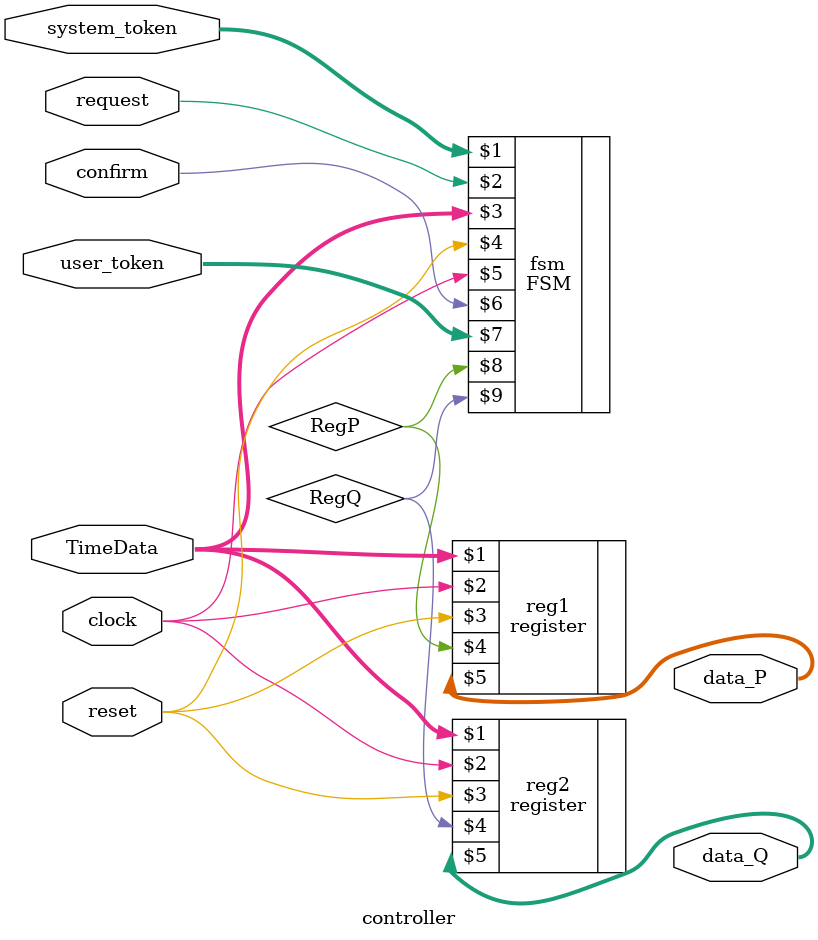
<source format=v>
`timescale 1ns / 1ps
module controller(
	input [2:0] system_token,
	input request,
	input [7:0] TimeData,
	input reset,
	input clock,
	input confirm,
	input [2:0] user_token,
	output [7:0] data_Q,
	output [7:0] data_P
    );
	 
     wire RegP,RegQ;
	 
	 FSM fsm(system_token,request,TimeData,reset,clock,confirm,user_token,RegP,RegQ);
	 register reg1(TimeData,clock,reset,RegP,data_P);
	 register reg2(TimeData,clock,reset,RegQ,data_Q);
	
endmodule

</source>
